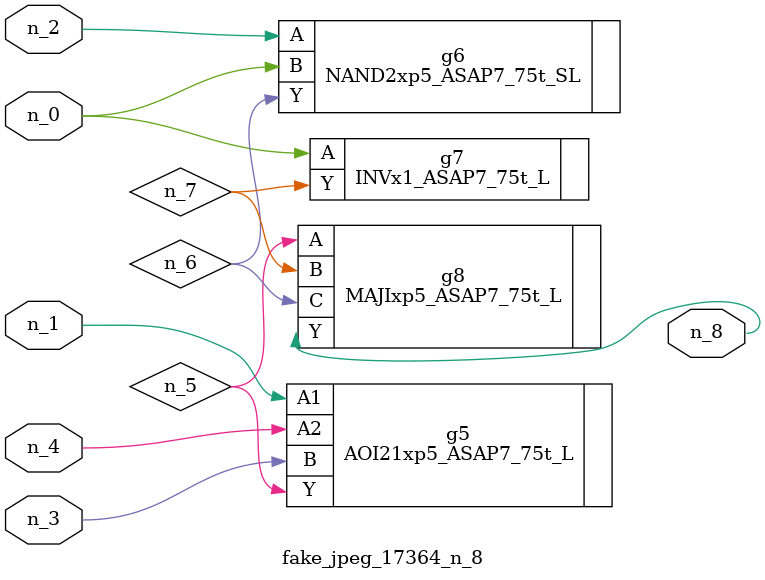
<source format=v>
module fake_jpeg_17364_n_8 (n_3, n_2, n_1, n_0, n_4, n_8);

input n_3;
input n_2;
input n_1;
input n_0;
input n_4;

output n_8;

wire n_6;
wire n_5;
wire n_7;

AOI21xp5_ASAP7_75t_L g5 ( 
.A1(n_1),
.A2(n_4),
.B(n_3),
.Y(n_5)
);

NAND2xp5_ASAP7_75t_SL g6 ( 
.A(n_2),
.B(n_0),
.Y(n_6)
);

INVx1_ASAP7_75t_L g7 ( 
.A(n_0),
.Y(n_7)
);

MAJIxp5_ASAP7_75t_L g8 ( 
.A(n_5),
.B(n_7),
.C(n_6),
.Y(n_8)
);


endmodule
</source>
